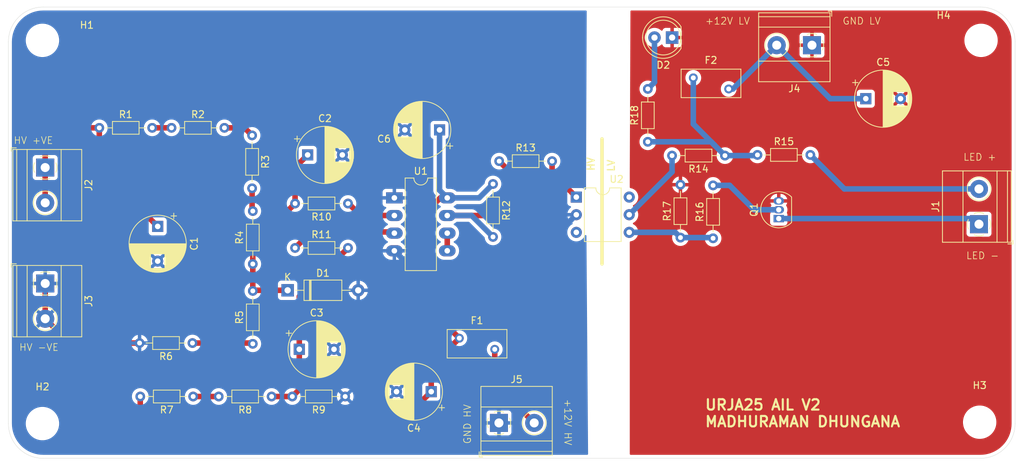
<source format=kicad_pcb>
(kicad_pcb (version 20240108) (generator "pcbnew") (generator_version "8.0")
  (layers (0 "F.Cu" signal) (31 "B.Cu" signal) (34 "B.Paste" user) (35 "F.Paste" user) (36 "B.SilkS" user "B.Silkscreen") (37 "F.SilkS" user "F.Silkscreen") (38 "B.Mask" user) (39 "F.Mask" user) (44 "Edge.Cuts" user))
  (net 0 "")
  (net 1 "Net-(D1-K)")
  (net 2 "GND")
  (net 3 "/LED VE+")
  (net 4 "/LED -VE")
  (net 5 "/HV +VE")
  (net 6 "+12VA")
  (net 7 "GND1")
  (net 8 "+12V")
  (net 9 "Net-(J4-Pin_2)")
  (net 10 "Net-(R1-Pad2)")
  (net 11 "Net-(R2-Pad2)")
  (net 12 "Net-(R3-Pad2)")
  (net 13 "Net-(R5-Pad1)")
  (net 14 "Net-(R7-Pad1)")
  (net 15 "Net-(J5-Pin_2)")
  (net 16 "Net-(U1-+)")
  (net 17 "Net-(U1--)")
  (net 18 "Net-(R12-Pad2)")
  (net 19 "Net-(R13-Pad2)")
  (net 20 "Net-(R14-Pad2)")
  (net 21 "Net-(R16-Pad1)")
  (net 22 "Net-(U1-BAL)")
  (net 25 "Net-(D2-A)")
  (net 26 "Net-(Q1-B)")
  (net 27 "Net-(C3-Pad1)")
  (footprint "Resistor_THT:R_Axial_DIN0204_L3.6mm_D1.6mm_P7.62mm_Horizontal" (layer "F.Cu") (at 140.3 97.49 -90)
    (property "Reference" "R12" (at 3.81 -1.92 90) (layer "F.SilkS"))
    (property "Value" "10K")
    (pad "1" thru_hole circle (at 0 0 270) (size 1.4 1.4) (drill 0.7) (layers "*.Cu" "*.Mask") (net 8 "+12V"))
    (pad "2" thru_hole oval (at 7.62 0 270) (size 1.4 1.4) (drill 0.7) (layers "*.Cu" "*.Mask") (net 18 "Net-(R12-Pad2)"))
  )
  (footprint "Package_DIP:CERDIP-8_W7.62mm_SideBrazed_LongPads" (layer "F.Cu") (at 126.09 99.49)
    (property "Reference" "U1" (at 3.81 -3.855 0) (layer "F.SilkS"))
    (property "Value" "LM311")
    (pad "1" thru_hole rect (at 0 0) (size 2.4 1.6) (drill 0.8) (layers "*.Cu" "*.Mask") (net 2 "GND"))
    (pad "2" thru_hole oval (at 0 2.54) (size 2.4 1.6) (drill 0.8) (layers "*.Cu" "*.Mask") (net 16 "Net-(U1-+)"))
    (pad "3" thru_hole oval (at 0 5.08) (size 2.4 1.6) (drill 0.8) (layers "*.Cu" "*.Mask") (net 17 "Net-(U1--)"))
    (pad "4" thru_hole oval (at 0 7.62) (size 2.4 1.6) (drill 0.8) (layers "*.Cu" "*.Mask") (net 2 "GND"))
    (pad "5" thru_hole oval (at 7.62 7.62) (size 2.4 1.6) (drill 0.8) (layers "*.Cu" "*.Mask") (net 22 "Net-(U1-BAL)"))
    (pad "6" thru_hole oval (at 7.62 5.08) (size 2.4 1.6) (drill 0.8) (layers "*.Cu" "*.Mask") (net 22 "Net-(U1-BAL)"))
    (pad "7" thru_hole oval (at 7.62 2.54) (size 2.4 1.6) (drill 0.8) (layers "*.Cu" "*.Mask") (net 18 "Net-(R12-Pad2)"))
    (pad "8" thru_hole oval (at 7.62 0) (size 2.4 1.6) (drill 0.8) (layers "*.Cu" "*.Mask") (net 8 "+12V"))
  )
  (footprint "Resistor_THT:R_Axial_DIN0204_L3.6mm_D1.6mm_P7.62mm_Horizontal" (layer "F.Cu") (at 172 105.31 90)
    (property "Reference" "R16" (at 3.81 -1.92 90) (layer "F.SilkS"))
    (property "Value" "100")
    (pad "1" thru_hole circle (at 0 0 90) (size 1.4 1.4) (drill 0.7) (layers "*.Cu" "*.Mask") (net 21 "Net-(R16-Pad1)"))
    (pad "2" thru_hole oval (at 7.62 0 90) (size 1.4 1.4) (drill 0.7) (layers "*.Cu" "*.Mask") (net 26 "Net-(Q1-B)"))
  )
  (footprint "Resistor_THT:R_Axial_DIN0204_L3.6mm_D1.6mm_P7.62mm_Horizontal" (layer "F.Cu") (at 173.71 93.4 180)
    (property "Reference" "R14" (at 3.81 -1.92 0) (layer "F.SilkS"))
    (property "Value" "10K")
    (pad "1" thru_hole circle (at 0 0 180) (size 1.4 1.4) (drill 0.7) (layers "*.Cu" "*.Mask") (net 6 "+12VA"))
    (pad "2" thru_hole oval (at 7.62 0 180) (size 1.4 1.4) (drill 0.7) (layers "*.Cu" "*.Mask") (net 20 "Net-(R14-Pad2)"))
  )
  (footprint "Capacitor_THT:CP_Radial_D8.0mm_P5.00mm" (layer "F.Cu") (at 193.997349 85.2)
    (property "Reference" "C5" (at 2.5 -5.25 0) (layer "F.SilkS"))
    (property "Value" "25 V 0.1uf")
    (pad "1" thru_hole rect (at 0 0) (size 1.6 1.6) (drill 0.8) (layers "*.Cu" "*.Mask") (net 9 "Net-(J4-Pin_2)"))
    (pad "2" thru_hole circle (at 5 0) (size 1.6 1.6) (drill 0.8) (layers "*.Cu" "*.Mask") (net 7 "GND1"))
  )
  (footprint "MountingHole:MountingHole_4.3mm_M4" (layer "F.Cu") (at 210.6 76.8)
    (property "Reference" "H4" (at -5.4 -3.6 0) (layer "F.SilkS"))
    (property "Value" "MountingHole")
    (pad "" np_thru_hole circle (at 0 0) (size 4.3 4.3) (drill 4.3) (layers "*.Cu" "*.Mask"))
  )
  (footprint "TerminalBlock_Phoenix:TerminalBlock_Phoenix_MKDS-1,5-2-5.08_1x02_P5.08mm_Horizontal" (layer "F.Cu") (at 75.8 111.82 -90)
    (property "Reference" "J3" (at 2.54 -6.26 90) (layer "F.SilkS"))
    (property "Value" "HV-")
    (pad "1" thru_hole rect (at 0 0 270) (size 2.6 2.6) (drill 1.3) (layers "*.Cu" "*.Mask") (net 2 "GND"))
    (pad "2" thru_hole circle (at 5.08 0 270) (size 2.6 2.6) (drill 1.3) (layers "*.Cu" "*.Mask") (net 2 "GND"))
  )
  (footprint "LED_THT:LED_D5.0mm" (layer "F.Cu") (at 166.1 76.4 180)
    (property "Reference" "D2" (at 1.27 -3.96 0) (layer "F.SilkS"))
    (property "Value" "LED")
    (pad "1" thru_hole rect (at 0 0 180) (size 1.8 1.8) (drill 0.9) (layers "*.Cu" "*.Mask") (net 7 "GND1"))
    (pad "2" thru_hole circle (at 2.54 0 180) (size 1.8 1.8) (drill 0.9) (layers "*.Cu" "*.Mask") (net 25 "Net-(D2-A)"))
  )
  (footprint "Resistor_THT:R_Axial_DIN0204_L3.6mm_D1.6mm_P7.62mm_Horizontal" (layer "F.Cu") (at 105.7 120.51 90)
    (property "Reference" "R5" (at 3.81 -1.92 90) (layer "F.SilkS"))
    (property "Value" "1K")
    (pad "1" thru_hole circle (at 0 0 90) (size 1.4 1.4) (drill 0.7) (layers "*.Cu" "*.Mask") (net 13 "Net-(R5-Pad1)"))
    (pad "2" thru_hole oval (at 7.62 0 90) (size 1.4 1.4) (drill 0.7) (layers "*.Cu" "*.Mask") (net 1 "Net-(D1-K)"))
  )
  (footprint "Resistor_THT:R_Axial_DIN0204_L3.6mm_D1.6mm_P7.62mm_Horizontal" (layer "F.Cu") (at 162.6 91.41 90)
    (property "Reference" "R18" (at 3.81 -1.92 90) (layer "F.SilkS"))
    (property "Value" "1K")
    (pad "1" thru_hole circle (at 0 0 90) (size 1.4 1.4) (drill 0.7) (layers "*.Cu" "*.Mask") (net 6 "+12VA"))
    (pad "2" thru_hole oval (at 7.62 0 90) (size 1.4 1.4) (drill 0.7) (layers "*.Cu" "*.Mask") (net 25 "Net-(D2-A)"))
  )
  (footprint "Resistor_THT:R_Axial_DIN0204_L3.6mm_D1.6mm_P7.62mm_Horizontal" (layer "F.Cu") (at 105.6 90.49 -90)
    (property "Reference" "R3" (at 3.81 -1.92 90) (layer "F.SilkS"))
    (property "Value" "22K")
    (pad "1" thru_hole circle (at 0 0 270) (size 1.4 1.4) (drill 0.7) (layers "*.Cu" "*.Mask") (net 11 "Net-(R2-Pad2)"))
    (pad "2" thru_hole oval (at 7.62 0 270) (size 1.4 1.4) (drill 0.7) (layers "*.Cu" "*.Mask") (net 12 "Net-(R3-Pad2)"))
  )
  (footprint "Resistor_THT:R_Axial_DIN0204_L3.6mm_D1.6mm_P7.62mm_Horizontal" (layer "F.Cu") (at 119.01 128.1 180)
    (property "Reference" "R9" (at 3.81 -1.92 0) (layer "F.SilkS"))
    (property "Value" "1K")
    (pad "1" thru_hole circle (at 0 0 180) (size 1.4 1.4) (drill 0.7) (layers "*.Cu" "*.Mask") (net 2 "GND"))
    (pad "2" thru_hole oval (at 7.62 0 180) (size 1.4 1.4) (drill 0.7) (layers "*.Cu" "*.Mask") (net 27 "Net-(C3-Pad1)"))
  )
  (footprint "Resistor_THT:R_Axial_DIN0204_L3.6mm_D1.6mm_P7.62mm_Horizontal" (layer "F.Cu") (at 97.11 128.1 180)
    (property "Reference" "R7" (at 3.81 -1.92 0) (layer "F.SilkS"))
    (property "Value" "10K")
    (pad "1" thru_hole circle (at 0 0 180) (size 1.4 1.4) (drill 0.7) (layers "*.Cu" "*.Mask") (net 14 "Net-(R7-Pad1)"))
    (pad "2" thru_hole oval (at 7.62 0 180) (size 1.4 1.4) (drill 0.7) (layers "*.Cu" "*.Mask") (net 8 "+12V"))
  )
  (footprint "Resistor_THT:R_Axial_DIN0204_L3.6mm_D1.6mm_P7.62mm_Horizontal" (layer "F.Cu") (at 141.19 94.2)
    (property "Reference" "R13" (at 3.81 -1.92 0) (layer "F.SilkS"))
    (property "Value" "1K")
    (pad "1" thru_hole circle (at 0 0) (size 1.4 1.4) (drill 0.7) (layers "*.Cu" "*.Mask") (net 18 "Net-(R12-Pad2)"))
    (pad "2" thru_hole oval (at 7.62 0) (size 1.4 1.4) (drill 0.7) (layers "*.Cu" "*.Mask") (net 19 "Net-(R13-Pad2)"))
  )
  (footprint "TerminalBlock_Phoenix:TerminalBlock_Phoenix_MKDS-1,5-2-5.08_1x02_P5.08mm_Horizontal" (layer "F.Cu") (at 75.795 95.12 -90)
    (property "Reference" "J2" (at 2.54 -6.26 90) (layer "F.SilkS"))
    (property "Value" "HV+")
    (pad "1" thru_hole rect (at 0 0 270) (size 2.6 2.6) (drill 1.3) (layers "*.Cu" "*.Mask") (net 5 "/HV +VE"))
    (pad "2" thru_hole circle (at 5.08 0 270) (size 2.6 2.6) (drill 1.3) (layers "*.Cu" "*.Mask") (net 5 "/HV +VE"))
  )
  (footprint "Capacitor_THT:CP_Radial_D8.0mm_P5.00mm" (layer "F.Cu") (at 112.397349 121.3)
    (property "Reference" "C3" (at 2.5 -5.25 0) (layer "F.SilkS"))
    (property "Value" "25 V 0.1uf")
    (pad "1" thru_hole rect (at 0 0) (size 1.6 1.6) (drill 0.8) (layers "*.Cu" "*.Mask") (net 27 "Net-(C3-Pad1)"))
    (pad "2" thru_hole circle (at 5 0) (size 1.6 1.6) (drill 0.8) (layers "*.Cu" "*.Mask") (net 2 "GND"))
  )
  (footprint "Resistor_THT:R_Axial_DIN0204_L3.6mm_D1.6mm_P7.62mm_Horizontal" (layer "F.Cu") (at 178.39 93.3)
    (property "Reference" "R15" (at 3.81 -1.92 0) (layer "F.SilkS"))
    (property "Value" "1K")
    (pad "1" thru_hole circle (at 0 0) (size 1.4 1.4) (drill 0.7) (layers "*.Cu" "*.Mask") (net 6 "+12VA"))
    (pad "2" thru_hole oval (at 7.62 0) (size 1.4 1.4) (drill 0.7) (layers "*.Cu" "*.Mask") (net 3 "/LED VE+"))
  )
  (footprint "Fuse:Fuse_BelFuse_0ZRE0008FF_L8.3mm_W3.8mm" (layer "F.Cu") (at 135.45 119.7)
    (property "Reference" "F1" (at 2.54 -2.54 0) (layer "F.SilkS"))
    (property "Value" "100 mA")
    (pad "1" thru_hole circle (at 0 0) (size 1.27 1.27) (drill 0.71) (layers "*.Cu" "*.Mask") (net 8 "+12V"))
    (pad "2" thru_hole circle (at 5.1 1.6) (size 1.27 1.27) (drill 0.71) (layers "*.Cu" "*.Mask") (net 15 "Net-(J5-Pin_2)"))
  )
  (footprint "Resistor_THT:R_Axial_DIN0204_L3.6mm_D1.6mm_P7.62mm_Horizontal" (layer "F.Cu") (at 93.99 89.4)
    (property "Reference" "R2" (at 3.81 -1.92 0) (layer "F.SilkS"))
    (property "Value" "47K")
    (pad "1" thru_hole circle (at 0 0) (size 1.4 1.4) (drill 0.7) (layers "*.Cu" "*.Mask") (net 10 "Net-(R1-Pad2)"))
    (pad "2" thru_hole oval (at 7.62 0) (size 1.4 1.4) (drill 0.7) (layers "*.Cu" "*.Mask") (net 11 "Net-(R2-Pad2)"))
  )
  (footprint "Fuse:Fuse_BelFuse_0ZRE0008FF_L8.3mm_W3.8mm" (layer "F.Cu") (at 169.15 82.2)
    (property "Reference" "F2" (at 2.54 -2.54 0) (layer "F.SilkS"))
    (property "Value" "100 mA")
    (pad "1" thru_hole circle (at 0 0) (size 1.27 1.27) (drill 0.71) (layers "*.Cu" "*.Mask") (net 6 "+12VA"))
    (pad "2" thru_hole circle (at 5.1 1.6) (size 1.27 1.27) (drill 0.71) (layers "*.Cu" "*.Mask") (net 9 "Net-(J4-Pin_2)"))
  )
  (footprint "Resistor_THT:R_Axial_DIN0204_L3.6mm_D1.6mm_P7.62mm_Horizontal" (layer "F.Cu") (at 105.7 109.01 90)
    (property "Reference" "R4" (at 3.81 -1.92 90) (layer "F.SilkS"))
    (property "Value" "1K")
    (pad "1" thru_hole circle (at 0 0 90) (size 1.4 1.4) (drill 0.7) (layers "*.Cu" "*.Mask") (net 1 "Net-(D1-K)"))
    (pad "2" thru_hole oval (at 7.62 0 90) (size 1.4 1.4) (drill 0.7) (layers "*.Cu" "*.Mask") (net 12 "Net-(R3-Pad2)"))
  )
  (footprint "Resistor_THT:R_Axial_DIN0204_L3.6mm_D1.6mm_P7.62mm_Horizontal" (layer "F.Cu") (at 167.3 105.21 90)
    (property "Reference" "R17" (at 3.81 -1.92 90) (layer "F.SilkS"))
    (property "Value" "10K")
    (pad "1" thru_hole circle (at 0 0 90) (size 1.4 1.4) (drill 0.7) (layers "*.Cu" "*.Mask") (net 21 "Net-(R16-Pad1)"))
    (pad "2" thru_hole oval (at 7.62 0 90) (size 1.4 1.4) (drill 0.7) (layers "*.Cu" "*.Mask") (net 7 "GND1"))
  )
  (footprint "Capacitor_THT:CP_Radial_D8.0mm_P5.00mm" (layer "F.Cu") (at 132.6 89.7 180)
    (property "Reference" "C6" (at 8 -1.3 0) (layer "F.SilkS"))
    (property "Value" "25 V 0.1uf")
    (pad "1" thru_hole rect (at 0 0 180) (size 1.6 1.6) (drill 0.8) (layers "*.Cu" "*.Mask") (net 8 "+12V"))
    (pad "2" thru_hole circle (at 5 0 180) (size 1.6 1.6) (drill 0.8) (layers "*.Cu" "*.Mask") (net 2 "GND"))
  )
  (footprint "MountingHole:MountingHole_4.3mm_M4" (layer "F.Cu") (at 210.4 131.8)
    (property "Reference" "H3" (at 0 -5.3 0) (layer "F.SilkS"))
    (property "Value" "MountingHole")
    (pad "" np_thru_hole circle (at 0 0) (size 4.3 4.3) (drill 4.3) (layers "*.Cu" "*.Mask"))
  )
  (footprint "TerminalBlock_Phoenix:TerminalBlock_Phoenix_MKDS-1,5-2-5.08_1x02_P5.08mm_Horizontal" (layer "F.Cu") (at 210.3 103.28 90)
    (property "Reference" "J1" (at 2.54 -6.26 90) (layer "F.SilkS"))
    (property "Value" "Conn_01x02_Pin")
    (pad "1" thru_hole rect (at 0 0 90) (size 2.6 2.6) (drill 1.3) (layers "*.Cu" "*.Mask") (net 4 "/LED -VE"))
    (pad "2" thru_hole circle (at 5.08 0 90) (size 2.6 2.6) (drill 1.3) (layers "*.Cu" "*.Mask") (net 3 "/LED VE+"))
  )
  (footprint "Package_TO_SOT_THT:TO-92_Inline" (layer "F.Cu") (at 181.46 102.47 90)
    (property "Reference" "Q1" (at 1.27 -3.56 90) (layer "F.SilkS"))
    (property "Value" "BC547")
    (pad "1" thru_hole rect (at 0 0 90) (size 1.05 1.5) (drill 0.75) (layers "*.Cu" "*.Mask") (net 4 "/LED -VE"))
    (pad "2" thru_hole oval (at 1.27 0 90) (size 1.05 1.5) (drill 0.75) (layers "*.Cu" "*.Mask") (net 26 "Net-(Q1-B)"))
    (pad "3" thru_hole oval (at 2.54 0 90) (size 1.05 1.5) (drill 0.75) (layers "*.Cu" "*.Mask") (net 7 "GND1"))
  )
  (footprint "Capacitor_THT:CP_Radial_D8.0mm_P5.00mm" (layer "F.Cu") (at 131.402651 127.4 180)
    (property "Reference" "C4" (at 2.5 -5.25 0) (layer "F.SilkS"))
    (property "Value" "25 V 0.1uf")
    (pad "1" thru_hole rect (at 0 0 180) (size 1.6 1.6) (drill 0.8) (layers "*.Cu" "*.Mask") (net 8 "+12V"))
    (pad "2" thru_hole circle (at 5 0 180) (size 1.6 1.6) (drill 0.8) (layers "*.Cu" "*.Mask") (net 2 "GND"))
  )
  (footprint "Resistor_THT:R_Axial_DIN0204_L3.6mm_D1.6mm_P7.62mm_Horizontal" (layer "F.Cu") (at 111.79 106.7)
    (property "Reference" "R11" (at 3.81 -1.92 0) (layer "F.SilkS"))
    (property "Value" "1K")
    (pad "1" thru_hole circle (at 0 0) (size 1.4 1.4) (drill 0.7) (layers "*.Cu" "*.Mask") (net 17 "Net-(U1--)"))
    (pad "2" thru_hole oval (at 7.62 0) (size 1.4 1.4) (drill 0.7) (layers "*.Cu" "*.Mask") (net 27 "Net-(C3-Pad1)"))
  )
  (footprint "MountingHole:MountingHole_4.3mm_M4" (layer "F.Cu") (at 75.4 76.8)
    (property "Reference" "H1" (at 6.4 -2.2 0) (layer "F.SilkS"))
    (property "Value" "MountingHole")
    (pad "" np_thru_hole circle (at 0 0) (size 4.3 4.3) (drill 4.3) (layers "*.Cu" "*.Mask"))
  )
  (footprint "TerminalBlock_Phoenix:TerminalBlock_Phoenix_MKDS-1,5-2-5.08_1x02_P5.08mm_Horizontal" (layer "F.Cu") (at 186.245 77.495 180)
    (property "Reference" "J4" (at 2.54 -6.26 0) (layer "F.SilkS"))
    (property "Value" "Conn_01x02_Pin")
    (pad "1" thru_hole rect (at 0 0 180) (size 2.6 2.6) (drill 1.3) (layers "*.Cu" "*.Mask") (net 7 "GND1"))
    (pad "2" thru_hole circle (at 5.08 0 180) (size 2.6 2.6) (drill 1.3) (layers "*.Cu" "*.Mask") (net 9 "Net-(J4-Pin_2)"))
  )
  (footprint "Resistor_THT:R_Axial_DIN0204_L3.6mm_D1.6mm_P7.62mm_Horizontal" (layer "F.Cu") (at 119.41 100.3 180)
    (property "Reference" "R10" (at 3.81 -1.92 0) (layer "F.SilkS"))
    (property "Value" "1K")
    (pad "1" thru_hole circle (at 0 0 180) (size 1.4 1.4) (drill 0.7) (layers "*.Cu" "*.Mask") (net 16 "Net-(U1-+)"))
    (pad "2" thru_hole oval (at 7.62 0 180) (size 1.4 1.4) (drill 0.7) (layers "*.Cu" "*.Mask") (net 1 "Net-(D1-K)"))
  )
  (footprint "Package_DIP:DIP-6_W7.62mm" (layer "F.Cu") (at 152.3 99.375)
    (property "Reference" "U2" (at 5.8 -2.575 0) (layer "F.SilkS"))
    (property "Value" "4N35")
    (pad "1" thru_hole rect (at 0 0) (size 1.6 1.6) (drill 0.8) (layers "*.Cu" "*.Mask") (net 19 "Net-(R13-Pad2)"))
    (pad "2" thru_hole oval (at 0 2.54) (size 1.6 1.6) (drill 0.8) (layers "*.Cu" "*.Mask") (net 2 "GND"))
    (pad "3" thru_hole oval (at 0 5.08) (size 1.6 1.6) (drill 0.8) (layers "*.Cu" "*.Mask"))
    (pad "4" thru_hole oval (at 7.62 5.08) (size 1.6 1.6) (drill 0.8) (layers "*.Cu" "*.Mask") (net 21 "Net-(R16-Pad1)"))
    (pad "5" thru_hole oval (at 7.62 2.54) (size 1.6 1.6) (drill 0.8) (layers "*.Cu" "*.Mask") (net 20 "Net-(R14-Pad2)"))
    (pad "6" thru_hole oval (at 7.62 0) (size 1.6 1.6) (drill 0.8) (layers "*.Cu" "*.Mask"))
  )
  (footprint "MountingHole:MountingHole_4.3mm_M4" (layer "F.Cu") (at 75.4 132)
    (property "Reference" "H2" (at 0 -5.3 0) (layer "F.SilkS"))
    (property "Value" "MountingHole")
    (pad "" np_thru_hole circle (at 0 0) (size 4.3 4.3) (drill 4.3) (layers "*.Cu" "*.Mask"))
  )
  (footprint "Capacitor_THT:CP_Radial_D8.0mm_P5.00mm" (layer "F.Cu") (at 113.597349 93.3)
    (property "Reference" "C2" (at 2.5 -5.25 0) (layer "F.SilkS"))
    (property "Value" "25 V 0.1uf")
    (pad "1" thru_hole rect (at 0 0) (size 1.6 1.6) (drill 0.8) (layers "*.Cu" "*.Mask") (net 1 "Net-(D1-K)"))
    (pad "2" thru_hole circle (at 5 0) (size 1.6 1.6) (drill 0.8) (layers "*.Cu" "*.Mask") (net 2 "GND"))
  )
  (footprint "Capacitor_THT:CP_Radial_D8.0mm_P5.00mm" (layer "F.Cu") (at 92 103.6 -90)
    (property "Reference" "C1" (at 2.5 -5.25 90) (layer "F.SilkS"))
    (property "Value" "100 V 10uf")
    (pad "1" thru_hole rect (at 0 0 270) (size 1.6 1.6) (drill 0.8) (layers "*.Cu" "*.Mask") (net 5 "/HV +VE"))
    (pad "2" thru_hole circle (at 5 0 270) (size 1.6 1.6) (drill 0.8) (layers "*.Cu" "*.Mask") (net 2 "GND"))
  )
  (footprint "Resistor_THT:R_Axial_DIN0204_L3.6mm_D1.6mm_P7.62mm_Horizontal" (layer "F.Cu") (at 97.01 120.4 180)
    (property "Reference" "R6" (at 3.81 -1.92 0) (layer "F.SilkS"))
    (property "Value" "1K")
    (pad "1" thru_hole circle (at 0 0 180) (size 1.4 1.4) (drill 0.7) (layers "*.Cu" "*.Mask") (net 13 "Net-(R5-Pad1)"))
    (pad "2" thru_hole oval (at 7.62 0 180) (size 1.4 1.4) (drill 0.7) (layers "*.Cu" "*.Mask") (net 2 "GND"))
  )
  (footprint "TerminalBlock_Phoenix:TerminalBlock_Phoenix_MKDS-1,5-2-5.08_1x02_P5.08mm_Horizontal" (layer "F.Cu") (at 141.155 131.905)
    (property "Reference" "J5" (at 2.54 -6.26 0) (layer "F.SilkS"))
    (property "Value" "Conn_01x02_Pin")
    (pad "1" thru_hole rect (at 0 0) (size 2.6 2.6) (drill 1.3) (layers "*.Cu" "*.Mask") (net 2 "GND"))
    (pad "2" thru_hole circle (at 5.08 0) (size 2.6 2.6) (drill 1.3) (layers "*.Cu" "*.Mask") (net 15 "Net-(J5-Pin_2)"))
  )
  (footprint "Diode_THT:D_A-405_P10.16mm_Horizontal" (layer "F.Cu") (at 110.72 112.8)
    (property "Reference" "D1" (at 5.08 -2.47 0) (layer "F.SilkS"))
    (property "Value" "12V")
    (fp_text user "K" (at 0 -1.9 0) (layer "F.SilkS"))
    (pad "1" thru_hole rect (at 0 0) (size 1.8 1.8) (drill 0.9) (layers "*.Cu" "*.Mask") (net 1 "Net-(D1-K)"))
    (pad "2" thru_hole oval (at 10.16 0) (size 1.8 1.8) (drill 0.9) (layers "*.Cu" "*.Mask") (net 2 "GND"))
  )
  (footprint "Resistor_THT:R_Axial_DIN0204_L3.6mm_D1.6mm_P7.62mm_Horizontal" (layer "F.Cu") (at 83.59 89.4)
    (property "Reference" "R1" (at 3.81 -1.92 0) (layer "F.SilkS"))
    (property "Value" "47K")
    (pad "1" thru_hole circle (at 0 0) (size 1.4 1.4) (drill 0.7) (layers "*.Cu" "*.Mask") (net 5 "/HV +VE"))
    (pad "2" thru_hole oval (at 7.62 0) (size 1.4 1.4) (drill 0.7) (layers "*.Cu" "*.Mask") (net 10 "Net-(R1-Pad2)"))
  )
  (footprint "Resistor_THT:R_Axial_DIN0204_L3.6mm_D1.6mm_P7.62mm_Horizontal" (layer "F.Cu") (at 108.41 128.1 180)
    (property "Reference" "R8" (at 3.81 -1.92 0) (layer "F.SilkS"))
    (property "Value" "1K")
    (pad "1" thru_hole circle (at 0 0 180) (size 1.4 1.4) (drill 0.7) (layers "*.Cu" "*.Mask") (net 27 "Net-(C3-Pad1)"))
    (pad "2" thru_hole oval (at 7.62 0 180) (size 1.4 1.4) (drill 0.7) (layers "*.Cu" "*.Mask") (net 14 "Net-(R7-Pad1)"))
  )
  (gr_line (start 156 91) (end 156 109) (stroke (width 0.5)) (layer "F.SilkS"))
  (gr_arc (start 75.5 137) (mid 71.964466 135.535534) (end 70.5 132) (stroke (width 0.05)) (layer "Edge.Cuts"))
  (gr_line (start 75.5 72) (end 210.5 72) (stroke (width 0.05)) (layer "Edge.Cuts"))
  (gr_line (start 75.5 137) (end 210.5 137) (stroke (width 0.05)) (layer "Edge.Cuts"))
  (gr_line (start 215.5 77) (end 215.5 132) (stroke (width 0.05)) (layer "Edge.Cuts"))
  (gr_line (start 70.5 77) (end 70.5 132) (stroke (width 0.05)) (layer "Edge.Cuts"))
  (gr_arc (start 70.5 77) (mid 71.964466 73.464466) (end 75.5 72) (stroke (width 0.05)) (layer "Edge.Cuts"))
  (gr_arc (start 210.5 72) (mid 214.035534 73.464466) (end 215.5 77) (stroke (width 0.05)) (layer "Edge.Cuts"))
  (gr_arc (start 215.5 132) (mid 214.035534 135.535534) (end 210.5 137) (stroke (width 0.05)) (layer "Edge.Cuts"))
  (gr_text "HV +VE" (at 71.2 91.8 0) (layer "F.SilkS") (effects (font (size 1 1) (thickness 0.1)) (justify left bottom)))
  (gr_text "GND HV" (at 137.2 135 90) (layer "F.SilkS") (effects (font (size 1 1) (thickness 0.1)) (justify left bottom)))
  (gr_text "+12V HV" (at 150.5 128.4 -90) (layer "F.SilkS") (effects (font (size 1 1) (thickness 0.1)) (justify left bottom)))
  (gr_text "+12V LV\n" (at 170.8 74.6 0) (layer "F.SilkS") (effects (font (size 1 1) (thickness 0.1)) (justify left bottom)))
  (gr_text "GND LV\n" (at 190.6 74.6 0) (layer "F.SilkS") (effects (font (size 1 1) (thickness 0.1)) (justify left bottom)))
  (gr_text "HV\n" (at 155 95.7 90) (layer "F.SilkS") (effects (font (size 1 1) (thickness 0.2) (bold yes)) (justify left bottom)))
  (gr_text "LED -\n\n" (at 208.4 110 0) (layer "F.SilkS") (effects (font (size 1 1) (thickness 0.1)) (justify left bottom)))
  (gr_text "LV" (at 157.9 95.8 90) (layer "F.SilkS") (effects (font (size 1 1) (thickness 0.2) (bold yes)) (justify left bottom)))
  (gr_text "LED +\n" (at 208 94.2 0) (layer "F.SilkS") (effects (font (size 1 1) (thickness 0.1)) (justify left bottom)))
  (gr_text "HV -VE" (at 72 121.6 0) (layer "F.SilkS") (effects (font (size 1 1) (thickness 0.1)) (justify left bottom)))
  (gr_text "URJA25 AIL V2 \nMADHURAMAN DHUNGANA" (at 170.7 132.6 0) (layer "F.SilkS") (effects (font (size 1.5 1.5) (thickness 0.3) (bold yes)) (justify left bottom)))
  (segment (start 111.79 95.107349) (end 113.597349 93.3) (width 0.8) (layer "F.Cu") (net 1))
  (segment (start 105.7 109.01) (end 105.7 106.39) (width 0.8) (layer "F.Cu") (net 1))
  (segment (start 105.79 112.8) (end 105.7 112.89) (width 0.8) (layer "F.Cu") (net 1))
  (segment (start 110.72 112.8) (end 105.79 112.8) (width 0.8) (layer "F.Cu") (net 1))
  (segment (start 111.79 100.3) (end 111.79 95.107349) (width 0.8) (layer "F.Cu") (net 1))
  (segment (start 105.7 109.01) (end 105.7 112.89) (width 0.8) (layer "F.Cu") (net 1))
  (segment (start 105.7 106.39) (end 111.79 100.3) (width 0.8) (layer "F.Cu") (net 1))
  (segment (start 79.3 120.4) (end 75.8 116.9) (width 0.8) (layer "F.Cu") (net 2))
  (segment (start 89.39 120.4) (end 79.3 120.4) (width 0.8) (layer "F.Cu") (net 2))
  (segment (start 75.8 111.82) (end 75.8 116.9) (width 0.8) (layer "F.Cu") (net 2))
  (segment (start 128.88 109.9) (end 126.09 107.11) (width 0.8) (layer "B.Cu") (net 2))
  (segment (start 152.3 101.915) (end 144.315 109.9) (width 0.8) (layer "B.Cu") (net 2))
  (segment (start 144.315 109.9) (end 128.88 109.9) (width 0.8) (layer "B.Cu") (net 2))
  (segment (start 190.91 98.2) (end 210.3 98.2) (width 0.8) (layer "B.Cu") (net 3))
  (segment (start 186.01 93.3) (end 190.91 98.2) (width 0.8) (layer "B.Cu") (net 3))
  (segment (start 209.49 102.47) (end 210.3 103.28) (width 0.8) (layer "B.Cu") (net 4))
  (segment (start 181.46 102.47) (end 209.49 102.47) (width 0.8) (layer "B.Cu") (net 4))
  (segment (start 83.59 89.4) (end 83.59 95.19) (width 0.8) (layer "F.Cu") (net 5))
  (segment (start 75.795 95.12) (end 75.795 92.405) (width 0.8) (layer "F.Cu") (net 5))
  (segment (start 75.795 92.405) (end 78.8 89.4) (width 0.8) (layer "F.Cu") (net 5))
  (segment (start 75.795 100.2) (end 75.795 95.12) (width 0.8) (layer "F.Cu") (net 5))
  (segment (start 83.59 95.19) (end 92 103.6) (width 0.8) (layer "F.Cu") (net 5))
  (segment (start 78.8 89.4) (end 83.59 89.4) (width 0.8) (layer "F.Cu") (net 5))
  (segment (start 169.15 82.2) (end 169.15 88.84) (width 0.8) (layer "B.Cu") (net 6))
  (segment (start 169.15 88.84) (end 172.205 91.895) (width 0.8) (layer "B.Cu") (net 6))
  (segment (start 178.29 93.4) (end 178.39 93.3) (width 0.8) (layer "B.Cu") (net 6))
  (segment (start 162.6 91.41) (end 171.72 91.41) (width 0.8) (layer "B.Cu") (net 6))
  (segment (start 171.72 91.41) (end 172.205 91.895) (width 0.8) (layer "B.Cu") (net 6))
  (segment (start 173.71 93.4) (end 178.29 93.4) (width 0.8) (layer "B.Cu") (net 6))
  (segment (start 172.205 91.895) (end 173.71 93.4) (width 0.8) (layer "B.Cu") (net 6))
  (segment (start 129.4 102.8) (end 132.71 99.49) (width 0.8) (layer "F.Cu") (net 8))
  (segment (start 131.402651 127.4) (end 131.402651 123.747349) (width 0.8) (layer "F.Cu") (net 8))
  (segment (start 89.49 130.29) (end 91.2 132) (width 0.8) (layer "F.Cu") (net 8))
  (segment (start 131.402651 123.747349) (end 135.45 119.7) (width 0.8) (layer "F.Cu") (net 8))
  (segment (start 89.49 128.1) (end 89.49 130.29) (width 0.8) (layer "F.Cu") (net 8))
  (segment (start 132.71 99.49) (end 133.71 99.49) (width 0.8) (layer "F.Cu") (net 8))
  (segment (start 91.2 132) (end 126.802651 132) (width 0.8) (layer "F.Cu") (net 8))
  (segment (start 126.802651 132) (end 131.402651 127.4) (width 0.8) (layer "F.Cu") (net 8))
  (segment (start 135.45 119.7) (end 129.4 113.65) (width 0.8) (layer "F.Cu") (net 8))
  (segment (start 129.4 113.65) (end 129.4 102.8) (width 0.8) (layer "F.Cu") (net 8))
  (segment (start 132.6 98.38) (end 133.71 99.49) (width 0.8) (layer "B.Cu") (net 8))
  (segment (start 138.3 99.49) (end 140.3 97.49) (width 0.8) (layer "B.Cu") (net 8))
  (segment (start 133.71 99.49) (end 138.3 99.49) (width 0.8) (layer "B.Cu") (net 8))
  (segment (start 132.6 89.7) (end 132.6 98.38) (width 0.8) (layer "B.Cu") (net 8))
  (segment (start 181.165 77.495) (end 174.86 83.8) (width 0.8) (layer "B.Cu") (net 9))
  (segment (start 188.87 85.2) (end 181.165 77.495) (width 0.8) (layer "B.Cu") (net 9))
  (segment (start 174.86 83.8) (end 174.25 83.8) (width 0.8) (layer "B.Cu") (net 9))
  (segment (start 193.997349 85.2) (end 188.87 85.2) (width 0.8) (layer "B.Cu") (net 9))
  (segment (start 91.21 89.4) (end 93.99 89.4) (width 0.8) (layer "F.Cu") (net 10))
  (segment (start 104.51 89.4) (end 105.6 90.49) (width 0.8) (layer "F.Cu") (net 11))
  (segment (start 101.61 89.4) (end 104.51 89.4) (width 0.8) (layer "F.Cu") (net 11))
  (segment (start 105.6 101.29) (end 105.7 101.39) (width 0.8) (layer "F.Cu") (net 12))
  (segment (start 105.6 98.11) (end 105.6 101.29) (width 0.8) (layer "F.Cu") (net 12))
  (segment (start 97.01 120.4) (end 105.59 120.4) (width 0.8) (layer "F.Cu") (net 13))
  (segment (start 105.59 120.4) (end 105.7 120.51) (width 0.8) (layer "F.Cu") (net 13))
  (segment (start 97.11 128.1) (end 100.79 128.1) (width 0.8) (layer "F.Cu") (net 14))
  (segment (start 140.55 121.3) (end 140.55 126.22) (width 0.8) (layer "F.Cu") (net 15))
  (segment (start 140.55 126.22) (end 146.235 131.905) (width 0.8) (layer "F.Cu") (net 15))
  (segment (start 119.41 100.3) (end 119.5 100.3) (width 0.8) (layer "F.Cu") (net 16))
  (segment (start 121.23 102.03) (end 122.5 102.03) (width 0.8) (layer "F.Cu") (net 16))
  (segment (start 119.5 100.3) (end 121.23 102.03) (width 0.8) (layer "F.Cu") (net 16))
  (segment (start 122.5 102.03) (end 121.93 102.03) (width 0.8) (layer "F.Cu") (net 16))
  (segment (start 126.09 102.03) (end 122.5 102.03) (width 0.8) (layer "F.Cu") (net 16))
  (segment (start 125.92 104.4) (end 126.09 104.57) (width 0.8) (layer "F.Cu") (net 17))
  (segment (start 111.79 106.7) (end 114.09 104.4) (width 0.8) (layer "F.Cu") (net 17))
  (segment (start 114.09 104.4) (end 125.92 104.4) (width 0.8) (layer "F.Cu") (net 17))
  (segment (start 142.3 100.7) (end 142.3 95.31) (width 0.8) (layer "F.Cu") (net 18))
  (segment (start 142.3 95.31) (end 141.19 94.2) (width 0.8) (layer "F.Cu") (net 18))
  (segment (start 133.71 102.03) (end 140.97 102.03) (width 0.8) (layer "F.Cu") (net 18))
  (segment (start 140.97 102.03) (end 142.3 100.7) (width 0.8) (layer "F.Cu") (net 18))
  (segment (start 133.71 102.03) (end 137.22 102.03) (width 0.8) (layer "B.Cu") (net 18))
  (segment (start 137.22 102.03) (end 140.3 105.11) (width 0.8) (layer "B.Cu") (net 18))
  (segment (start 148.81 95.885) (end 152.3 99.375) (width 0.8) (layer "F.Cu") (net 19))
  (segment (start 148.81 94.2) (end 148.81 95.885) (width 0.8) (layer "F.Cu") (net 19))
  (segment (start 166.09 95.745) (end 166.09 93.4) (width 0.8) (layer "B.Cu") (net 20))
  (segment (start 159.92 101.915) (end 166.09 95.745) (width 0.8) (layer "B.Cu") (net 20))
  (segment (start 171.9 105.21) (end 172 105.31) (width 0.8) (layer "B.Cu") (net 21))
  (segment (start 167.3 105.21) (end 171.9 105.21) (width 0.8) (layer "B.Cu") (net 21))
  (segment (start 166.545 104.455) (end 167.3 105.21) (width 0.8) (layer "B.Cu") (net 21))
  (segment (start 159.92 104.455) (end 166.545 104.455) (width 0.8) (layer "B.Cu") (net 21))
  (segment (start 133.71 106.49) (end 133.71 104.57) (width 0.8) (layer "F.Cu") (net 22))
  (segment (start 133.71 106.51) (end 133.7 106.5) (width 0.8) (layer "F.Cu") (net 22))
  (segment (start 133.71 107.11) (end 133.71 106.51) (width 0.8) (layer "F.Cu") (net 22))
  (segment (start 133.7 106.5) (end 133.71 106.49) (width 0.8) (layer "F.Cu") (net 22))
  (segment (start 163.56 82.83) (end 162.6 83.79) (width 0.8) (layer "B.Cu") (net 25))
  (segment (start 163.56 76.4) (end 163.56 82.83) (width 0.8) (layer "B.Cu") (net 25))
  (segment (start 177.9 101.2) (end 181.46 101.2) (width 0.8) (layer "B.Cu") (net 26))
  (segment (start 174.39 97.69) (end 177.9 101.2) (width 0.8) (layer "B.Cu") (net 26))
  (segment (start 172 97.69) (end 174.39 97.69) (width 0.8) (layer "B.Cu") (net 26))
  (segment (start 112.397349 121.3) (end 112.397349 127.092651) (width 0.8) (layer "F.Cu") (net 27))
  (segment (start 119.41 106.7) (end 112.397349 113.712651) (width 0.8) (layer "F.Cu") (net 27))
  (segment (start 112.397349 113.712651) (end 112.397349 121.3) (width 0.8) (layer "F.Cu") (net 27))
  (segment (start 111.39 128.1) (end 108.41 128.1) (width 0.8) (layer "F.Cu") (net 27))
  (segment (start 112.397349 127.092651) (end 111.39 128.1) (width 0.8) (layer "F.Cu") (net 27))
  (zone (net 7) (net_name "GND1") (layer "F.Cu") (connect_pads (clearance 0.5)) (min_thickness 0.25) (fill yes (thermal_gap 0.5) (thermal_bridge_width 0.5))
    (polygon (pts (xy 160 96) (xy 160.1 72) (xy 215.5 72) (xy 215.5 137) (xy 160 137)))
  )
  (zone (net 2) (net_name "GND") (layer "B.Cu") (priority 1) (connect_pads (clearance 0.5)) (min_thickness 0.25) (fill yes (thermal_gap 0.5) (thermal_bridge_width 0.5))
    (polygon (pts (xy 153.7 97.3) (xy 153.8 71.8) (xy 70 72) (xy 70.1 137) (xy 154 137)))
  )
)
</source>
